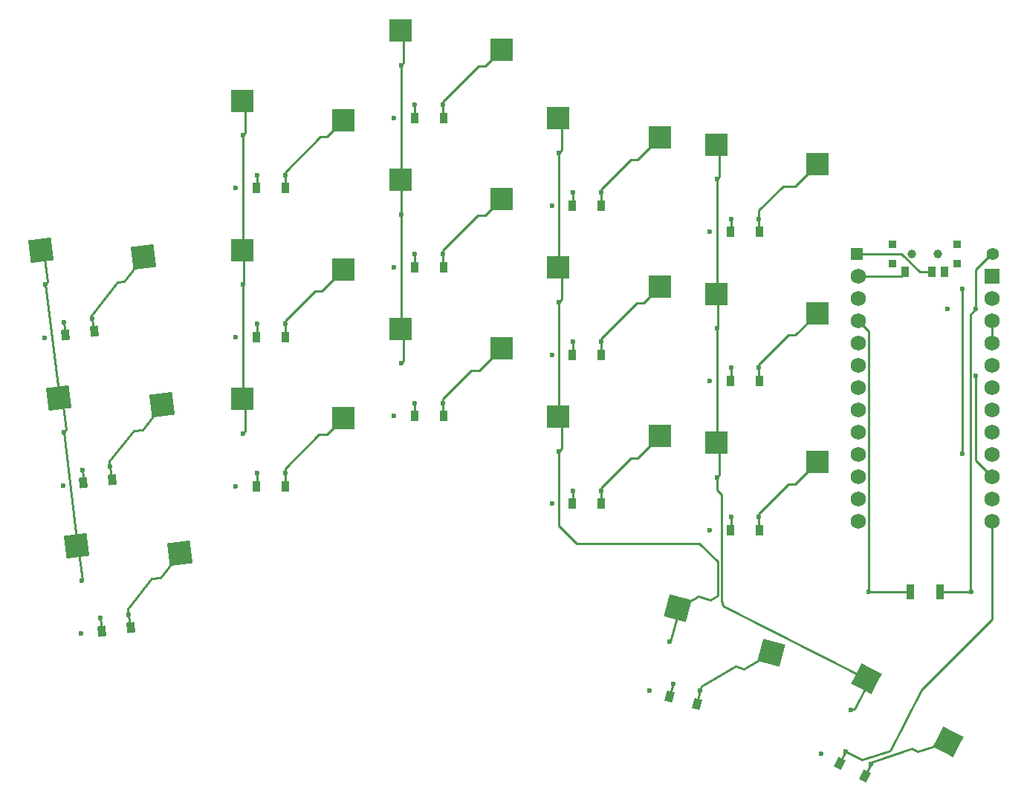
<source format=gbr>
%TF.GenerationSoftware,KiCad,Pcbnew,7.0.11*%
%TF.CreationDate,2024-03-03T17:55:26+13:00*%
%TF.ProjectId,socius-choc-v1,736f6369-7573-42d6-9368-6f632d76312e,v1.0.0*%
%TF.SameCoordinates,Original*%
%TF.FileFunction,Copper,L2,Bot*%
%TF.FilePolarity,Positive*%
%FSLAX46Y46*%
G04 Gerber Fmt 4.6, Leading zero omitted, Abs format (unit mm)*
G04 Created by KiCad (PCBNEW 7.0.11) date 2024-03-03 17:55:26*
%MOMM*%
%LPD*%
G01*
G04 APERTURE LIST*
G04 Aperture macros list*
%AMRotRect*
0 Rectangle, with rotation*
0 The origin of the aperture is its center*
0 $1 length*
0 $2 width*
0 $3 Rotation angle, in degrees counterclockwise*
0 Add horizontal line*
21,1,$1,$2,0,0,$3*%
G04 Aperture macros list end*
%TA.AperFunction,SMDPad,CuDef*%
%ADD10R,0.900000X0.900000*%
%TD*%
%TA.AperFunction,WasherPad*%
%ADD11C,1.000000*%
%TD*%
%TA.AperFunction,SMDPad,CuDef*%
%ADD12R,0.900000X1.250000*%
%TD*%
%TA.AperFunction,SMDPad,CuDef*%
%ADD13R,0.900000X1.200000*%
%TD*%
%TA.AperFunction,ComponentPad*%
%ADD14C,0.600000*%
%TD*%
%TA.AperFunction,SMDPad,CuDef*%
%ADD15RotRect,2.600000X2.600000X7.000000*%
%TD*%
%TA.AperFunction,SMDPad,CuDef*%
%ADD16R,0.900000X1.700000*%
%TD*%
%TA.AperFunction,ComponentPad*%
%ADD17R,1.752600X1.752600*%
%TD*%
%TA.AperFunction,ComponentPad*%
%ADD18C,1.752600*%
%TD*%
%TA.AperFunction,SMDPad,CuDef*%
%ADD19RotRect,0.900000X1.200000X333.000000*%
%TD*%
%TA.AperFunction,SMDPad,CuDef*%
%ADD20R,2.600000X2.600000*%
%TD*%
%TA.AperFunction,SMDPad,CuDef*%
%ADD21RotRect,0.900000X1.200000X345.000000*%
%TD*%
%TA.AperFunction,SMDPad,CuDef*%
%ADD22RotRect,0.900000X1.200000X7.000000*%
%TD*%
%TA.AperFunction,SMDPad,CuDef*%
%ADD23RotRect,2.600000X2.600000X333.000000*%
%TD*%
%TA.AperFunction,ComponentPad*%
%ADD24R,1.400000X1.400000*%
%TD*%
%TA.AperFunction,ComponentPad*%
%ADD25C,1.400000*%
%TD*%
%TA.AperFunction,SMDPad,CuDef*%
%ADD26RotRect,2.600000X2.600000X345.000000*%
%TD*%
%TA.AperFunction,Conductor*%
%ADD27C,0.250000*%
%TD*%
G04 APERTURE END LIST*
D10*
%TO.P,T1,*%
%TO.N,*%
X250910738Y-125904546D03*
X250910738Y-128104546D03*
D11*
X253110738Y-127004546D03*
X256110738Y-127004546D03*
D10*
X258310738Y-125904546D03*
X258310738Y-128104546D03*
D12*
%TO.P,T1,1*%
%TO.N,RAW*%
X252360738Y-129079546D03*
%TO.P,T1,2*%
%TO.N,POSITIVE*%
X255360738Y-129079546D03*
%TO.P,T1,3*%
%TO.N,N/C*%
X256860738Y-129079546D03*
%TD*%
D13*
%TO.P,D5,1*%
%TO.N,ROW1*%
X178460754Y-136504550D03*
%TO.P,D5,2*%
%TO.N,ring_home*%
X181760754Y-136504550D03*
%TD*%
%TO.P,D8,1*%
%TO.N,ROW1*%
X196460752Y-128504553D03*
%TO.P,D8,2*%
%TO.N,middle_home*%
X199760752Y-128504553D03*
%TD*%
D14*
%TO.P,REF\u002A\u002A,1*%
%TO.N,ROW2*%
X194110755Y-145504555D03*
%TD*%
D15*
%TO.P,S1,1*%
%TO.N,COL0*%
X157990285Y-160331052D03*
%TO.P,S1,2*%
%TO.N,pinky_bottom*%
X169722305Y-161107063D03*
%TD*%
D13*
%TO.P,D13,1*%
%TO.N,ROW2*%
X232460751Y-158504545D03*
%TO.P,D13,2*%
%TO.N,inner_bottom*%
X235760751Y-158504545D03*
%TD*%
D16*
%TO.P,,1*%
%TO.N,GND*%
X256310750Y-165504548D03*
%TO.P,,2*%
%TO.N,RST*%
X252910750Y-165504548D03*
%TD*%
D14*
%TO.P,REF\u002A\u002A,1*%
%TO.N,ROW0*%
X178510756Y-118004552D03*
%TD*%
%TO.P,REF\u002A\u002A,1*%
%TO.N,ring_home*%
X181710744Y-135004553D03*
%TD*%
D13*
%TO.P,D10,1*%
%TO.N,ROW2*%
X214460749Y-155504543D03*
%TO.P,D10,2*%
%TO.N,index_bottom*%
X217760749Y-155504543D03*
%TD*%
D14*
%TO.P,REF\u002A\u002A,1*%
%TO.N,ROW0*%
X258910748Y-130984547D03*
%TD*%
D13*
%TO.P,D14,1*%
%TO.N,ROW1*%
X232460743Y-141504549D03*
%TO.P,D14,2*%
%TO.N,inner_home*%
X235760743Y-141504549D03*
%TD*%
D17*
%TO.P,MCU1,*%
%TO.N,CS*%
X262230757Y-129534549D03*
D18*
%TO.P,MCU1,1*%
%TO.N,RAW*%
X246990757Y-129534549D03*
%TO.P,MCU1,2*%
%TO.N,GND*%
X246990757Y-132074549D03*
%TO.P,MCU1,3*%
%TO.N,RST*%
X246990757Y-134614549D03*
%TO.P,MCU1,4*%
%TO.N,VCC*%
X246990757Y-137154549D03*
%TO.P,MCU1,5*%
%TO.N,P21*%
X246990757Y-139694549D03*
%TO.P,MCU1,6*%
%TO.N,P20*%
X246990757Y-142234549D03*
%TO.P,MCU1,7*%
%TO.N,P19*%
X246990757Y-144774549D03*
%TO.P,MCU1,8*%
%TO.N,COL0*%
X246990757Y-147314549D03*
%TO.P,MCU1,9*%
%TO.N,COL1*%
X246990757Y-149854549D03*
%TO.P,MCU1,10*%
%TO.N,COL2*%
X246990757Y-152394549D03*
%TO.P,MCU1,11*%
%TO.N,COL3*%
X246990757Y-154934549D03*
%TO.P,MCU1,12*%
%TO.N,COL4*%
X246990757Y-157474549D03*
%TO.P,MCU1,13*%
%TO.N,CS*%
X262230757Y-129534549D03*
%TO.P,MCU1,14*%
%TO.N,P0*%
X262230757Y-132074549D03*
%TO.P,MCU1,15*%
%TO.N,GND*%
X262230757Y-134614549D03*
%TO.P,MCU1,16*%
X262230757Y-137154549D03*
%TO.P,MCU1,17*%
%TO.N,MOSI*%
X262230757Y-139694549D03*
%TO.P,MCU1,18*%
%TO.N,SCK*%
X262230757Y-142234549D03*
%TO.P,MCU1,19*%
%TO.N,P4*%
X262230757Y-144774549D03*
%TO.P,MCU1,20*%
%TO.N,P5*%
X262230757Y-147314549D03*
%TO.P,MCU1,21*%
%TO.N,ROW0*%
X262230757Y-149854549D03*
%TO.P,MCU1,22*%
%TO.N,ROW1*%
X262230757Y-152394549D03*
%TO.P,MCU1,23*%
%TO.N,ROW2*%
X262230757Y-154934549D03*
%TO.P,MCU1,24*%
%TO.N,ROW3*%
X262230757Y-157474549D03*
%TD*%
D14*
%TO.P,REF\u002A\u002A,1*%
%TO.N,middle_home*%
X199710754Y-127004547D03*
%TD*%
D19*
%TO.P,D17,1*%
%TO.N,ROW3*%
X244867333Y-185076203D03*
%TO.P,D17,2*%
%TO.N,outer_sole*%
X247807655Y-186574371D03*
%TD*%
D14*
%TO.P,REF\u002A\u002A,1*%
%TO.N,COL0*%
X154402564Y-130495903D03*
%TD*%
D20*
%TO.P,S15,1*%
%TO.N,COL4*%
X230835753Y-114554547D03*
%TO.P,S15,2*%
%TO.N,inner_top*%
X242385753Y-116754547D03*
%TD*%
D14*
%TO.P,REF\u002A\u002A,1*%
%TO.N,COL3*%
X212910754Y-115504554D03*
%TD*%
D13*
%TO.P,D9,1*%
%TO.N,ROW0*%
X196460752Y-111504549D03*
%TO.P,D9,2*%
%TO.N,middle_top*%
X199760752Y-111504549D03*
%TD*%
D14*
%TO.P,REF\u002A\u002A,1*%
%TO.N,ROW2*%
X160682601Y-168513946D03*
%TD*%
%TO.P,REF\u002A\u002A,1*%
%TO.N,ROW3*%
X242773473Y-184009335D03*
%TD*%
%TO.P,REF\u002A\u002A,1*%
%TO.N,ROW2*%
X158483292Y-170295248D03*
%TD*%
%TO.P,REF\u002A\u002A,1*%
%TO.N,middle_top*%
X199710757Y-110004545D03*
%TD*%
D13*
%TO.P,D12,1*%
%TO.N,ROW0*%
X214460752Y-121504556D03*
%TO.P,D12,2*%
%TO.N,index_top*%
X217760752Y-121504556D03*
%TD*%
D14*
%TO.P,REF\u002A\u002A,1*%
%TO.N,ROW1*%
X232510757Y-140004549D03*
%TD*%
%TO.P,REF\u002A\u002A,1*%
%TO.N,COL1*%
X176910746Y-130504549D03*
%TD*%
D20*
%TO.P,S6,1*%
%TO.N,COL1*%
X176835754Y-109554549D03*
%TO.P,S6,2*%
%TO.N,ring_top*%
X188385754Y-111754549D03*
%TD*%
D15*
%TO.P,S2,1*%
%TO.N,COL0*%
X155918512Y-143457765D03*
%TO.P,S2,2*%
%TO.N,pinky_home*%
X167650532Y-144233776D03*
%TD*%
D14*
%TO.P,REF\u002A\u002A,1*%
%TO.N,inner_top*%
X235710749Y-123004550D03*
%TD*%
%TO.P,REF\u002A\u002A,1*%
%TO.N,outer_sole*%
X248444094Y-185215175D03*
%TD*%
%TO.P,REF\u002A\u002A,1*%
%TO.N,COL2*%
X194910749Y-122504546D03*
%TD*%
D21*
%TO.P,D16,1*%
%TO.N,ROW3*%
X225481695Y-177441203D03*
%TO.P,D16,2*%
%TO.N,inner_sole*%
X228669251Y-178295305D03*
%TD*%
D14*
%TO.P,REF\u002A\u002A,1*%
%TO.N,ROW1*%
X176110748Y-136504551D03*
%TD*%
D20*
%TO.P,S8,1*%
%TO.N,COL2*%
X194835750Y-118554543D03*
%TO.P,S8,2*%
%TO.N,middle_home*%
X206385750Y-120754543D03*
%TD*%
D13*
%TO.P,D4,1*%
%TO.N,ROW2*%
X178460757Y-153504551D03*
%TO.P,D4,2*%
%TO.N,ring_bottom*%
X181760757Y-153504551D03*
%TD*%
D22*
%TO.P,D2,1*%
%TO.N,ROW1*%
X158743997Y-153135564D03*
%TO.P,D2,2*%
%TO.N,pinky_home*%
X162019399Y-152733396D03*
%TD*%
D20*
%TO.P,S7,1*%
%TO.N,COL2*%
X194835752Y-135554545D03*
%TO.P,S7,2*%
%TO.N,middle_bottom*%
X206385752Y-137754545D03*
%TD*%
D14*
%TO.P,REF\u002A\u002A,1*%
%TO.N,ROW0*%
X232510753Y-123004549D03*
%TD*%
%TO.P,REF\u002A\u002A,1*%
%TO.N,COL4*%
X230910749Y-118504549D03*
%TD*%
%TO.P,REF\u002A\u002A,1*%
%TO.N,ROW3*%
X225918223Y-176005252D03*
%TD*%
%TO.P,REF\u002A\u002A,1*%
%TO.N,inner_bottom*%
X235710750Y-157004541D03*
%TD*%
%TO.P,REF\u002A\u002A,1*%
%TO.N,ROW0*%
X214510752Y-120004551D03*
%TD*%
D22*
%TO.P,D3,1*%
%TO.N,ROW0*%
X156672218Y-136262284D03*
%TO.P,D3,2*%
%TO.N,pinky_top*%
X159947620Y-135860116D03*
%TD*%
D14*
%TO.P,REF\u002A\u002A,1*%
%TO.N,ROW2*%
X214510752Y-154004549D03*
%TD*%
%TO.P,REF\u002A\u002A,1*%
%TO.N,COL0*%
X158546115Y-164242471D03*
%TD*%
D13*
%TO.P,D6,1*%
%TO.N,ROW0*%
X178460751Y-119504549D03*
%TO.P,D6,2*%
%TO.N,ring_top*%
X181760751Y-119504549D03*
%TD*%
D20*
%TO.P,S5,1*%
%TO.N,COL1*%
X176835756Y-126554549D03*
%TO.P,S5,2*%
%TO.N,ring_home*%
X188385756Y-128754549D03*
%TD*%
D14*
%TO.P,REF\u002A\u002A,1*%
%TO.N,GND*%
X259924737Y-165504549D03*
%TD*%
D20*
%TO.P,S11,1*%
%TO.N,COL3*%
X212835747Y-128554548D03*
%TO.P,S11,2*%
%TO.N,index_home*%
X224385747Y-130754548D03*
%TD*%
D14*
%TO.P,REF\u002A\u002A,1*%
%TO.N,ROW0*%
X156539038Y-134767372D03*
%TD*%
%TO.P,REF\u002A\u002A,1*%
%TO.N,COL4*%
X230910753Y-152504553D03*
%TD*%
%TO.P,REF\u002A\u002A,1*%
%TO.N,ROW1*%
X214510752Y-137004542D03*
%TD*%
D20*
%TO.P,S13,1*%
%TO.N,COL4*%
X230835749Y-148554545D03*
%TO.P,S13,2*%
%TO.N,inner_bottom*%
X242385749Y-150754545D03*
%TD*%
D23*
%TO.P,S17,1*%
%TO.N,COL4*%
X247936658Y-175472962D03*
%TO.P,S17,2*%
%TO.N,outer_sole*%
X257229004Y-182676767D03*
%TD*%
D14*
%TO.P,REF\u002A\u002A,1*%
%TO.N,ROW1*%
X194110755Y-128504552D03*
%TD*%
%TO.P,REF\u002A\u002A,1*%
%TO.N,ROW0*%
X176110752Y-119504544D03*
%TD*%
D24*
%TO.P,,1*%
%TO.N,POSITIVE*%
X246860738Y-127004546D03*
D25*
%TO.P,,2*%
%TO.N,GND*%
X262360738Y-127004546D03*
%TD*%
D14*
%TO.P,REF\u002A\u002A,1*%
%TO.N,COL2*%
X194910756Y-139504549D03*
%TD*%
%TO.P,REF\u002A\u002A,1*%
%TO.N,COL1*%
X176910754Y-147504546D03*
%TD*%
%TO.P,REF\u002A\u002A,1*%
%TO.N,ROW1*%
X260410755Y-140904549D03*
%TD*%
%TO.P,REF\u002A\u002A,1*%
%TO.N,pinky_home*%
X161786963Y-151250671D03*
%TD*%
%TO.P,REF\u002A\u002A,1*%
%TO.N,ROW1*%
X178510743Y-135004545D03*
%TD*%
%TO.P,REF\u002A\u002A,1*%
%TO.N,index_home*%
X217710750Y-137004544D03*
%TD*%
%TO.P,REF\u002A\u002A,1*%
%TO.N,ROW2*%
X178510751Y-152004544D03*
%TD*%
D20*
%TO.P,S14,1*%
%TO.N,COL4*%
X230835751Y-131554549D03*
%TO.P,S14,2*%
%TO.N,inner_home*%
X242385751Y-133754549D03*
%TD*%
D15*
%TO.P,S3,1*%
%TO.N,COL0*%
X153846731Y-126584483D03*
%TO.P,S3,2*%
%TO.N,pinky_top*%
X165578751Y-127360494D03*
%TD*%
D14*
%TO.P,REF\u002A\u002A,1*%
%TO.N,COL3*%
X212910756Y-149504549D03*
%TD*%
%TO.P,REF\u002A\u002A,1*%
%TO.N,RST*%
X248210747Y-165504548D03*
%TD*%
%TO.P,REF\u002A\u002A,1*%
%TO.N,ROW0*%
X154339740Y-136548671D03*
%TD*%
%TO.P,REF\u002A\u002A,1*%
%TO.N,middle_bottom*%
X199710751Y-144004544D03*
%TD*%
%TO.P,REF\u002A\u002A,1*%
%TO.N,COL3*%
X225537425Y-171244470D03*
%TD*%
%TO.P,REF\u002A\u002A,1*%
%TO.N,pinky_bottom*%
X163858749Y-168123956D03*
%TD*%
%TO.P,REF\u002A\u002A,1*%
%TO.N,GND*%
X260410760Y-133304548D03*
%TD*%
%TO.P,REF\u002A\u002A,1*%
%TO.N,ROW2*%
X196510747Y-144004552D03*
%TD*%
%TO.P,REF\u002A\u002A,1*%
%TO.N,ROW1*%
X156411521Y-153421958D03*
%TD*%
%TO.P,REF\u002A\u002A,1*%
%TO.N,COL4*%
X246210228Y-179026488D03*
%TD*%
D13*
%TO.P,D11,1*%
%TO.N,ROW1*%
X214460751Y-138504549D03*
%TO.P,D11,2*%
%TO.N,index_home*%
X217760751Y-138504549D03*
%TD*%
%TO.P,D15,1*%
%TO.N,ROW0*%
X232460753Y-124504551D03*
%TO.P,D15,2*%
%TO.N,inner_top*%
X235760753Y-124504551D03*
%TD*%
D14*
%TO.P,REF\u002A\u002A,1*%
%TO.N,ring_top*%
X181710756Y-118004552D03*
%TD*%
%TO.P,REF\u002A\u002A,1*%
%TO.N,ROW2*%
X176110750Y-153504553D03*
%TD*%
%TO.P,REF\u002A\u002A,1*%
%TO.N,ROW2*%
X232510753Y-157004550D03*
%TD*%
%TO.P,REF\u002A\u002A,1*%
%TO.N,ROW1*%
X212110743Y-138504552D03*
%TD*%
%TO.P,REF\u002A\u002A,1*%
%TO.N,ROW0*%
X212110754Y-121504553D03*
%TD*%
%TO.P,REF\u002A\u002A,1*%
%TO.N,ROW1*%
X158610819Y-151640655D03*
%TD*%
D20*
%TO.P,S12,1*%
%TO.N,COL3*%
X212835757Y-111554550D03*
%TO.P,S12,2*%
%TO.N,index_top*%
X224385757Y-113754550D03*
%TD*%
D14*
%TO.P,REF\u002A\u002A,1*%
%TO.N,ring_bottom*%
X181710753Y-152004553D03*
%TD*%
D26*
%TO.P,S16,1*%
%TO.N,COL3*%
X226487323Y-167409653D03*
%TO.P,S16,2*%
%TO.N,inner_sole*%
X237074365Y-172524050D03*
%TD*%
D14*
%TO.P,REF\u002A\u002A,1*%
%TO.N,GND*%
X257210757Y-133304552D03*
%TD*%
%TO.P,REF\u002A\u002A,1*%
%TO.N,ROW1*%
X230110756Y-141504545D03*
%TD*%
%TO.P,REF\u002A\u002A,1*%
%TO.N,COL0*%
X156474339Y-147369187D03*
%TD*%
D13*
%TO.P,D7,1*%
%TO.N,ROW2*%
X196460757Y-145504552D03*
%TO.P,D7,2*%
%TO.N,middle_bottom*%
X199760757Y-145504552D03*
%TD*%
D22*
%TO.P,D1,1*%
%TO.N,ROW2*%
X160815783Y-170008847D03*
%TO.P,D1,2*%
%TO.N,pinky_bottom*%
X164091185Y-169606679D03*
%TD*%
D14*
%TO.P,REF\u002A\u002A,1*%
%TO.N,index_top*%
X217710751Y-120004548D03*
%TD*%
%TO.P,REF\u002A\u002A,1*%
%TO.N,ROW3*%
X245592873Y-183762400D03*
%TD*%
%TO.P,REF\u002A\u002A,1*%
%TO.N,ROW2*%
X230110754Y-158504549D03*
%TD*%
%TO.P,REF\u002A\u002A,1*%
%TO.N,ROW0*%
X196510755Y-110004546D03*
%TD*%
%TO.P,REF\u002A\u002A,1*%
%TO.N,index_bottom*%
X217710752Y-154004551D03*
%TD*%
D20*
%TO.P,S9,1*%
%TO.N,COL2*%
X194835750Y-101554552D03*
%TO.P,S9,2*%
%TO.N,middle_top*%
X206385750Y-103754552D03*
%TD*%
D14*
%TO.P,REF\u002A\u002A,1*%
%TO.N,COL2*%
X194910759Y-105504542D03*
%TD*%
%TO.P,REF\u002A\u002A,1*%
%TO.N,inner_sole*%
X229009188Y-176833470D03*
%TD*%
%TO.P,REF\u002A\u002A,1*%
%TO.N,COL1*%
X176910752Y-113504545D03*
%TD*%
%TO.P,REF\u002A\u002A,1*%
%TO.N,COL4*%
X230910757Y-135504554D03*
%TD*%
%TO.P,REF\u002A\u002A,1*%
%TO.N,COL3*%
X212910752Y-132504555D03*
%TD*%
%TO.P,REF\u002A\u002A,1*%
%TO.N,ROW0*%
X194110752Y-111504547D03*
%TD*%
%TO.P,REF\u002A\u002A,1*%
%TO.N,ROW3*%
X223211764Y-176832974D03*
%TD*%
D20*
%TO.P,S4,1*%
%TO.N,COL1*%
X176835751Y-143554544D03*
%TO.P,S4,2*%
%TO.N,ring_bottom*%
X188385751Y-145754544D03*
%TD*%
%TO.P,S10,1*%
%TO.N,COL3*%
X212835752Y-145554552D03*
%TO.P,S10,2*%
%TO.N,index_bottom*%
X224385752Y-147754552D03*
%TD*%
D14*
%TO.P,REF\u002A\u002A,1*%
%TO.N,ROW0*%
X230110755Y-124504549D03*
%TD*%
%TO.P,REF\u002A\u002A,1*%
%TO.N,ROW0*%
X258910759Y-149804548D03*
%TD*%
%TO.P,REF\u002A\u002A,1*%
%TO.N,ROW1*%
X196510747Y-127004553D03*
%TD*%
%TO.P,REF\u002A\u002A,1*%
%TO.N,ROW2*%
X212110751Y-155504549D03*
%TD*%
%TO.P,REF\u002A\u002A,1*%
%TO.N,inner_home*%
X235710759Y-140004546D03*
%TD*%
%TO.P,REF\u002A\u002A,1*%
%TO.N,pinky_top*%
X159715188Y-134377385D03*
%TD*%
D27*
%TO.N,COL0*%
X158157449Y-160461660D02*
X158611415Y-164158884D01*
X154264637Y-126910986D02*
X154663757Y-130161572D01*
X154402564Y-130495903D02*
X155983813Y-143374184D01*
X154663757Y-130161572D02*
X154402564Y-130495903D01*
X155918511Y-143457767D02*
X156336412Y-143784275D01*
X157990285Y-160331057D02*
X158157449Y-160461660D01*
X158611415Y-164158884D02*
X158546115Y-164242471D01*
X153846732Y-126584482D02*
X154264637Y-126910986D01*
X156336412Y-143784275D02*
X156735528Y-147034858D01*
X155983813Y-143374184D02*
X155918511Y-143457767D01*
X156474339Y-147369187D02*
X158055589Y-160247470D01*
X158055589Y-160247470D02*
X157990285Y-160331057D01*
X156735528Y-147034858D02*
X156474339Y-147369187D01*
%TO.N,pinky_bottom*%
X167524629Y-163919963D02*
X166502903Y-164045414D01*
X163785090Y-167524052D02*
X163858749Y-168123956D01*
X163858749Y-168123956D02*
X164035458Y-169563140D01*
X164035458Y-169563140D02*
X164091186Y-169606680D01*
X169722307Y-161107069D02*
X167524629Y-163919963D01*
X166502903Y-164045414D02*
X163785090Y-167524052D01*
%TO.N,pinky_home*%
X167650525Y-144233778D02*
X165452855Y-147046675D01*
X164431129Y-147172127D02*
X161713310Y-150650776D01*
X161963674Y-152689857D02*
X162019399Y-152733395D01*
X161713310Y-150650776D02*
X161786963Y-151250671D01*
X161786963Y-151250671D02*
X161963674Y-152689857D01*
X165452855Y-147046675D02*
X164431129Y-147172127D01*
%TO.N,pinky_top*%
X159674521Y-134046191D02*
X159715188Y-134377385D01*
X162628050Y-130265853D02*
X159674521Y-134046191D01*
X163381075Y-130173395D02*
X162628050Y-130265853D01*
X159891898Y-135816583D02*
X159947621Y-135860117D01*
X159715188Y-134377385D02*
X159891898Y-135816583D01*
X165578753Y-127360495D02*
X163381075Y-130173395D01*
%TO.N,COL1*%
X177210757Y-143929551D02*
X177210758Y-147204553D01*
X176985757Y-130429551D02*
X176910746Y-130504549D01*
X177210758Y-147204553D02*
X176910754Y-147504546D01*
X176910752Y-113504545D02*
X176910763Y-126479550D01*
X176835749Y-126554548D02*
X176985750Y-126704555D01*
X176835752Y-143554543D02*
X177210757Y-143929551D01*
X176835751Y-109554544D02*
X177210753Y-109929543D01*
X176910754Y-143479550D02*
X176835752Y-143554543D01*
X176910763Y-126479550D02*
X176835749Y-126554548D01*
X176910746Y-130504549D02*
X176910754Y-143479550D01*
X176985750Y-126704555D02*
X176985757Y-130429551D01*
X177210753Y-109929543D02*
X177210753Y-113204548D01*
X177210753Y-113204548D02*
X176910752Y-113504545D01*
%TO.N,ring_bottom*%
X185591680Y-147629551D02*
X181710755Y-151510471D01*
X181760755Y-151727521D02*
X181760754Y-153504548D01*
X186510746Y-147629549D02*
X185591680Y-147629551D01*
X188385749Y-145754551D02*
X186510746Y-147629549D01*
X181710751Y-151677527D02*
X181710753Y-152004553D01*
X181710755Y-151510471D02*
X181710751Y-151677527D01*
X181710751Y-151677527D02*
X181760755Y-151727521D01*
%TO.N,ring_home*%
X185102971Y-131278647D02*
X181710750Y-134670864D01*
X181710752Y-136454551D02*
X181760757Y-136504552D01*
X181710744Y-135004553D02*
X181710752Y-136454551D01*
X188385749Y-128754546D02*
X185861654Y-131278648D01*
X181710750Y-134670864D02*
X181710744Y-135004553D01*
X185861654Y-131278648D02*
X185102971Y-131278647D01*
%TO.N,ring_top*%
X181710754Y-117670859D02*
X181710756Y-118004552D01*
X186510751Y-113629553D02*
X185752067Y-113629553D01*
X181710750Y-119454549D02*
X181760759Y-119504542D01*
X188385757Y-111754546D02*
X186510751Y-113629553D01*
X181710756Y-118004552D02*
X181710750Y-119454549D01*
X185752067Y-113629553D02*
X181710754Y-117670859D01*
%TO.N,COL2*%
X195210757Y-139204549D02*
X194910756Y-139504549D01*
X194910749Y-135479549D02*
X194835747Y-135554546D01*
X194910759Y-105504542D02*
X194910749Y-118479544D01*
X194835747Y-135554546D02*
X195210754Y-135929548D01*
X194985756Y-118704542D02*
X194985748Y-122429550D01*
X194910749Y-118479544D02*
X194835752Y-118554555D01*
X195210754Y-135929548D02*
X195210757Y-139204549D01*
X194835752Y-118554555D02*
X194985756Y-118704542D01*
X195210752Y-105204548D02*
X194910759Y-105504542D01*
X194835758Y-101554548D02*
X195210745Y-101929553D01*
X194985748Y-122429550D02*
X194910749Y-122504546D01*
X195210745Y-101929553D02*
X195210752Y-105204548D01*
X194910749Y-122504546D02*
X194910749Y-135479549D01*
%TO.N,middle_bottom*%
X202942584Y-140278649D02*
X199710757Y-143510476D01*
X206385754Y-137754549D02*
X203861651Y-140278644D01*
X203861651Y-140278644D02*
X202942584Y-140278649D01*
X199710751Y-144004544D02*
X199710749Y-145454554D01*
X199710749Y-145454554D02*
X199760747Y-145504548D01*
X199710757Y-143510476D02*
X199710751Y-144004544D01*
%TO.N,middle_home*%
X199710759Y-126580285D02*
X199710754Y-127004547D01*
X206385757Y-120754547D02*
X204510747Y-122629545D01*
X199710754Y-128454547D02*
X199760748Y-128504543D01*
X199710754Y-127004547D02*
X199710754Y-128454547D01*
X203661486Y-122629551D02*
X199710759Y-126580285D01*
X204510747Y-122629545D02*
X203661486Y-122629551D01*
%TO.N,middle_top*%
X203752068Y-105629545D02*
X199710758Y-109670862D01*
X199710744Y-111454555D02*
X199760753Y-111504541D01*
X204510754Y-105629552D02*
X203752068Y-105629545D01*
X199710758Y-109670862D02*
X199710757Y-110004545D01*
X199710757Y-110004545D02*
X199710744Y-111454555D01*
X206385748Y-103754550D02*
X204510754Y-105629552D01*
%TO.N,COL3*%
X228783719Y-166083830D02*
X226487314Y-167409657D01*
X230192795Y-166461392D02*
X228783719Y-166083830D01*
X212910756Y-149504549D02*
X212910752Y-157981846D01*
X212835752Y-111554552D02*
X213210751Y-111929550D01*
X212835759Y-145554552D02*
X213210758Y-145929553D01*
X225629292Y-171191442D02*
X225537425Y-171244470D01*
X230983684Y-162054780D02*
X230983678Y-166004776D01*
X213210751Y-111929550D02*
X213210747Y-115204546D01*
X213210745Y-132204553D02*
X212910752Y-132504555D01*
X212910754Y-115504554D02*
X212910745Y-128479545D01*
X213210758Y-128929547D02*
X213210745Y-132204553D01*
X226487312Y-167409660D02*
X226593383Y-167593369D01*
X213210750Y-149204545D02*
X212910756Y-149504549D01*
X228933679Y-160004778D02*
X230983684Y-162054780D01*
X212910745Y-128479545D02*
X212835758Y-128554551D01*
X212835758Y-128554551D02*
X213210758Y-128929547D01*
X212910752Y-157981846D02*
X214933678Y-160004777D01*
X213210747Y-115204546D02*
X212910754Y-115504554D01*
X226593383Y-167593369D02*
X225629292Y-171191442D01*
X230983678Y-166004776D02*
X230192795Y-166461392D01*
X213210758Y-145929553D02*
X213210750Y-149204545D01*
X214933678Y-160004777D02*
X228933679Y-160004778D01*
X212910749Y-145479553D02*
X212835759Y-145554552D01*
X212910752Y-132504555D02*
X212910749Y-145479553D01*
%TO.N,index_bottom*%
X217710750Y-155454547D02*
X217760754Y-155504545D01*
X217710752Y-154004551D02*
X217710750Y-155454547D01*
X224385752Y-147754548D02*
X221861654Y-150278647D01*
X221102961Y-150278648D02*
X217710755Y-153670862D01*
X221861654Y-150278647D02*
X221102961Y-150278648D01*
X217710755Y-153670862D02*
X217710752Y-154004551D01*
%TO.N,index_home*%
X217710746Y-138454545D02*
X217760741Y-138504552D01*
X221752067Y-132629550D02*
X217710749Y-136670870D01*
X222510763Y-132629549D02*
X221752067Y-132629550D01*
X224385746Y-130754545D02*
X222510763Y-132629549D01*
X217710750Y-137004544D02*
X217710746Y-138454545D01*
X217710749Y-136670870D02*
X217710750Y-137004544D01*
%TO.N,index_top*%
X224385746Y-113754546D02*
X221861650Y-116278650D01*
X221861650Y-116278650D02*
X221102966Y-116278650D01*
X217710751Y-120004548D02*
X217710749Y-121454551D01*
X217710749Y-121454551D02*
X217760756Y-121504553D01*
X221102966Y-116278650D02*
X217710754Y-119670871D01*
X217710754Y-119670871D02*
X217710751Y-120004548D01*
%TO.N,COL4*%
X231210747Y-152204553D02*
X230910753Y-152504553D01*
X230910749Y-118504549D02*
X230910751Y-131479546D01*
X230910756Y-148479546D02*
X230835754Y-148554548D01*
X230985751Y-131704542D02*
X230985748Y-135429549D01*
X231651538Y-167175279D02*
X231433675Y-166504779D01*
X231210759Y-118204546D02*
X230910749Y-118504549D01*
X231433681Y-154461156D02*
X230910757Y-153938226D01*
X230910751Y-131479546D02*
X230835753Y-131554548D01*
X248100542Y-175977341D02*
X246613728Y-178895386D01*
X247936657Y-175472964D02*
X248100542Y-175977341D01*
X230910757Y-135504554D02*
X230910756Y-148479546D01*
X246613728Y-178895386D02*
X246210228Y-179026488D01*
X231433675Y-166504779D02*
X231433681Y-154461156D01*
X231210750Y-114929549D02*
X231210759Y-118204546D01*
X230910757Y-153938226D02*
X230910753Y-152504553D01*
X230835753Y-114554552D02*
X231210750Y-114929549D01*
X231210749Y-148929548D02*
X231210747Y-152204553D01*
X230985748Y-135429549D02*
X230910757Y-135504554D01*
X230835754Y-148554548D02*
X231210749Y-148929548D01*
X247936658Y-175472960D02*
X231651538Y-167175279D01*
X230835753Y-131554548D02*
X230985751Y-131704542D01*
%TO.N,inner_bottom*%
X235710750Y-157004541D02*
X235710756Y-158454542D01*
X235710755Y-156670869D02*
X235710750Y-157004541D01*
X239102971Y-153278647D02*
X235710755Y-156670869D01*
X242385757Y-150754544D02*
X239861658Y-153278645D01*
X239861658Y-153278645D02*
X239102971Y-153278647D01*
X235710756Y-158454542D02*
X235760756Y-158504546D01*
%TO.N,inner_home*%
X239861651Y-136278650D02*
X239102972Y-136278653D01*
X235710759Y-140004546D02*
X235710756Y-141454549D01*
X242385749Y-133754554D02*
X239861651Y-136278650D01*
X235710756Y-141454549D02*
X235760752Y-141504545D01*
X239102972Y-136278653D02*
X235710763Y-139670863D01*
X235710763Y-139670863D02*
X235710759Y-140004546D01*
%TO.N,inner_top*%
X235710749Y-123004550D02*
X235710758Y-124454541D01*
X238442579Y-119278642D02*
X235710755Y-122010478D01*
X239861656Y-119278645D02*
X238442579Y-119278642D01*
X235710758Y-124454541D02*
X235760749Y-124504557D01*
X235710755Y-122010478D02*
X235710749Y-123004550D01*
X242385750Y-116754546D02*
X239861656Y-119278645D01*
%TO.N,inner_sole*%
X233982983Y-174308860D02*
X233013382Y-174049056D01*
X229158994Y-176274388D02*
X229009188Y-176833470D01*
X229009188Y-176833470D02*
X228633894Y-178234074D01*
X228633894Y-178234074D02*
X228669247Y-178295307D01*
X237074357Y-172524049D02*
X233982983Y-174308860D01*
X233013382Y-174049056D02*
X229158994Y-176274388D01*
%TO.N,outer_sole*%
X248595585Y-184917854D02*
X248444094Y-185215175D01*
X253158110Y-183435402D02*
X248595585Y-184917854D01*
X248444094Y-185215175D02*
X247785808Y-186507130D01*
X253834100Y-183779838D02*
X253158110Y-183435402D01*
X257229001Y-182676767D02*
X253834100Y-183779838D01*
X247785808Y-186507130D02*
X247807655Y-186574379D01*
%TO.N,ROW2*%
X232510755Y-158454549D02*
X232460754Y-158504551D01*
X214510748Y-155454541D02*
X214460745Y-155504548D01*
X178510752Y-153454545D02*
X178460759Y-153504547D01*
X196510749Y-145454549D02*
X196460756Y-145504545D01*
X232510753Y-157004550D02*
X232510755Y-158454549D01*
X160859310Y-169953134D02*
X160815783Y-170008847D01*
X178510751Y-152004544D02*
X178510752Y-153454545D01*
X196510747Y-144004552D02*
X196510749Y-145454549D01*
X214510752Y-154004549D02*
X214510748Y-155454541D01*
X160682601Y-168513946D02*
X160859310Y-169953134D01*
%TO.N,ROW1*%
X196510747Y-127004553D02*
X196510751Y-128454551D01*
X178510754Y-136454550D02*
X178460754Y-136504552D01*
X260410755Y-140904549D02*
X260410750Y-150574551D01*
X232510758Y-141454551D02*
X232460749Y-141504554D01*
X232510757Y-140004549D02*
X232510758Y-141454551D01*
X196510751Y-128454551D02*
X196460750Y-128504544D01*
X214510752Y-137004542D02*
X214510754Y-138454547D01*
X178510743Y-135004545D02*
X178510754Y-136454550D01*
X260410750Y-150574551D02*
X262230752Y-152394547D01*
X214510754Y-138454547D02*
X214460748Y-138504551D01*
X158787529Y-153079845D02*
X158743996Y-153135564D01*
X158610819Y-151640655D02*
X158787529Y-153079845D01*
%TO.N,ROW0*%
X258910748Y-130984547D02*
X258910759Y-149804548D01*
X156715750Y-136206569D02*
X156672218Y-136262285D01*
X178510756Y-118004552D02*
X178510750Y-119454546D01*
X214510752Y-121454543D02*
X214460754Y-121504556D01*
X196510747Y-111454549D02*
X196460751Y-111504553D01*
X156539038Y-134767372D02*
X156715750Y-136206569D01*
X232510753Y-123004549D02*
X232510754Y-124454554D01*
X196510755Y-110004546D02*
X196510747Y-111454549D01*
X178510750Y-119454546D02*
X178460750Y-119504549D01*
X214510752Y-120004551D02*
X214510752Y-121454543D01*
X232510754Y-124454554D02*
X232460756Y-124504547D01*
%TO.N,ROW3*%
X225918223Y-176005252D02*
X225542938Y-177405846D01*
X245592873Y-183762400D02*
X244934591Y-185054357D01*
X245592873Y-183762400D02*
X247423892Y-184695353D01*
X254196707Y-176748095D02*
X262230754Y-168714044D01*
X250687714Y-183634868D02*
X254196707Y-176748095D01*
X225542938Y-177405846D02*
X225481697Y-177441197D01*
X247423892Y-184695353D02*
X250687714Y-183634868D01*
X244934591Y-185054357D02*
X244867333Y-185076207D01*
X262230754Y-168714044D02*
X262230756Y-157474546D01*
%TO.N,RAW*%
X251905753Y-129534550D02*
X252360748Y-129079544D01*
X246990752Y-129534543D02*
X251905753Y-129534550D01*
%TO.N,GND*%
X262360749Y-127004549D02*
X262216679Y-127004558D01*
X259785753Y-133929545D02*
X259785754Y-165365562D01*
X260410758Y-128810480D02*
X260410760Y-133304548D01*
X262216679Y-127004558D02*
X260410758Y-128810480D01*
X260410760Y-133304548D02*
X259785753Y-133929545D01*
X259785754Y-165365562D02*
X259924737Y-165504549D01*
X262230760Y-134614552D02*
X262230752Y-137154545D01*
X256310753Y-165504549D02*
X259924737Y-165504549D01*
%TO.N,RST*%
X248210747Y-165504548D02*
X252910747Y-165504545D01*
X248210746Y-135834545D02*
X248210747Y-165504548D01*
X246990751Y-134614552D02*
X248210746Y-135834545D01*
X252910747Y-165504545D02*
X252910746Y-165504549D01*
%TO.N,POSITIVE*%
X254019031Y-129079545D02*
X255360757Y-129079549D01*
X246860754Y-127004551D02*
X251944018Y-127004549D01*
X251944018Y-127004549D02*
X254019031Y-129079545D01*
%TD*%
M02*

</source>
